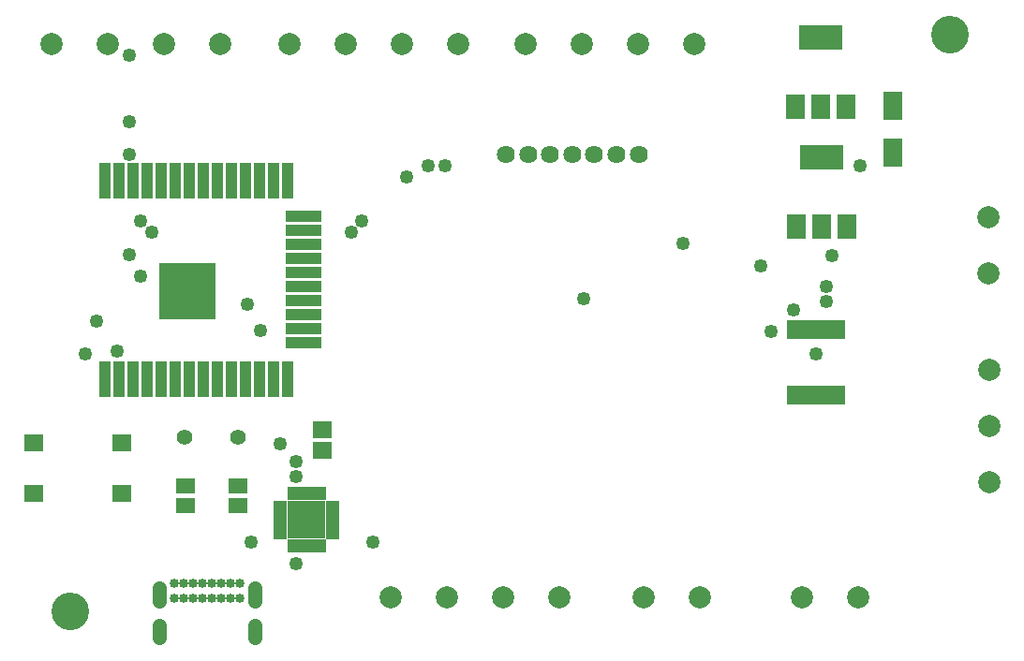
<source format=gbr>
G04 EAGLE Gerber X2 export*
%TF.Part,Single*%
%TF.FileFunction,Soldermask,Top,1*%
%TF.FilePolarity,Positive*%
%TF.GenerationSoftware,Autodesk,EAGLE,9.7.0*%
%TF.CreationDate,2022-05-06T10:44:24Z*%
G75*
%MOMM*%
%FSLAX46Y46*%
%LPD*%
%INSoldermask Top*%
%AMOC8*
5,1,8,0,0,1.08239X$1,22.5*%
G01*
G04 Define Apertures*
%ADD10R,1.701800X2.209800*%
%ADD11R,4.013200X2.209800*%
%ADD12C,2.003200*%
%ADD13R,1.668500X1.367800*%
%ADD14R,1.768500X2.595200*%
%ADD15C,3.403200*%
%ADD16R,1.703200X1.503200*%
%ADD17R,1.753200X1.503200*%
%ADD18R,1.103200X3.203200*%
%ADD19R,3.203200X1.103200*%
%ADD20R,5.203200X5.203200*%
%ADD21C,1.422400*%
%ADD22C,0.853200*%
%ADD23C,1.311200*%
%ADD24R,1.193200X0.473200*%
%ADD25R,0.473200X1.193200*%
%ADD26R,3.453200X3.453200*%
%ADD27R,0.653200X1.728200*%
%ADD28C,1.625600*%
%ADD29C,1.253200*%
D10*
X71279400Y38500400D03*
X73565400Y38500400D03*
X75851400Y38500400D03*
D11*
X73540000Y44799600D03*
D10*
X71169400Y49350400D03*
X73455400Y49350400D03*
X75741400Y49350400D03*
D11*
X73430000Y55649600D03*
D12*
X88590000Y39380000D03*
X88590000Y34300000D03*
D13*
X16020000Y15065400D03*
X16020000Y13314600D03*
X20800000Y13314600D03*
X20800000Y15065400D03*
D14*
X80000000Y49407900D03*
X80000000Y45192100D03*
D15*
X85120000Y55880000D03*
X5670000Y3700000D03*
D12*
X19200000Y55000000D03*
X14120000Y55000000D03*
X9040000Y55000000D03*
X3960000Y55000000D03*
X40700000Y55022000D03*
X35620000Y55022000D03*
X30540000Y55022000D03*
X25460000Y55022000D03*
X76860000Y5000000D03*
X71780000Y5000000D03*
X62560000Y5000000D03*
X57480000Y5000000D03*
X88670000Y15410000D03*
X88670000Y20490000D03*
X88670000Y25570000D03*
D16*
X28450000Y18270000D03*
X28450000Y20170000D03*
D17*
X2365000Y14430000D03*
X10315000Y14430000D03*
X2365000Y18930000D03*
X10315000Y18930000D03*
D18*
X25240000Y24710000D03*
X25240000Y42710000D03*
D19*
X26740000Y27995000D03*
X26740000Y29265000D03*
X26740000Y30535000D03*
X26740000Y31805000D03*
X26740000Y33075000D03*
X26740000Y34345000D03*
X26740000Y35615000D03*
X26740000Y36885000D03*
X26740000Y38155000D03*
X26740000Y39425000D03*
D18*
X23970000Y24710000D03*
X22700000Y24710000D03*
X21430000Y24710000D03*
X20160000Y24710000D03*
X18890000Y24710000D03*
X17620000Y24710000D03*
X16350000Y24710000D03*
X15080000Y24710000D03*
X13810000Y24710000D03*
X12540000Y24710000D03*
X11270000Y24710000D03*
X10000000Y24710000D03*
X8730000Y24710000D03*
X23970000Y42710000D03*
X22700000Y42710000D03*
X21430000Y42710000D03*
X20160000Y42710000D03*
X18890000Y42710000D03*
X17620000Y42710000D03*
X16350000Y42710000D03*
X15080000Y42710000D03*
X13810000Y42710000D03*
X12540000Y42710000D03*
X11270000Y42710000D03*
X10000000Y42710000D03*
X8730000Y42710000D03*
D20*
X16240000Y32710000D03*
D12*
X62000000Y55000000D03*
X56920000Y55000000D03*
X51840000Y55000000D03*
X46760000Y55000000D03*
X34590000Y5000000D03*
X39670000Y5000000D03*
X44750000Y5000000D03*
X49830000Y5000000D03*
D21*
X20763000Y19470000D03*
X15937000Y19470000D03*
D22*
X15025000Y6230000D03*
X15875000Y6230000D03*
X16725000Y6230000D03*
X17575000Y6230000D03*
X18425000Y6230000D03*
X19275000Y6230000D03*
X20125000Y6230000D03*
X20975000Y6230000D03*
X20975000Y4880000D03*
X20125000Y4880000D03*
X19275000Y4880000D03*
X18425000Y4880000D03*
X17575000Y4880000D03*
X16725000Y4880000D03*
X15875000Y4880000D03*
X15025000Y4880000D03*
D23*
X13675000Y4696000D02*
X13675000Y5804000D01*
X22325000Y5804000D02*
X22325000Y4696000D01*
X22325000Y2424000D02*
X22325000Y1316000D01*
X13675000Y1316000D02*
X13675000Y2424000D01*
D24*
X24640000Y13500000D03*
X24640000Y13000000D03*
X24640000Y12500000D03*
X24640000Y12000000D03*
X24640000Y11500000D03*
X24640000Y11000000D03*
X24640000Y10500000D03*
D25*
X25500000Y9640000D03*
X26000000Y9640000D03*
X26500000Y9640000D03*
X27000000Y9640000D03*
X27500000Y9640000D03*
X28000000Y9640000D03*
X28500000Y9640000D03*
D24*
X29360000Y10500000D03*
X29360000Y11000000D03*
X29360000Y11500000D03*
X29360000Y12000000D03*
X29360000Y12500000D03*
X29360000Y13000000D03*
X29360000Y13500000D03*
D25*
X28500000Y14360000D03*
X28000000Y14360000D03*
X27500000Y14360000D03*
X27000000Y14360000D03*
X26500000Y14360000D03*
X26000000Y14360000D03*
X25500000Y14360000D03*
D26*
X27000000Y12000000D03*
D27*
X75275000Y29208000D03*
X74625000Y29208000D03*
X73975000Y29208000D03*
X73325000Y29208000D03*
X72675000Y29208000D03*
X72025000Y29208000D03*
X71375000Y29208000D03*
X70725000Y29208000D03*
X70725000Y23284000D03*
X71375000Y23284000D03*
X72025000Y23284000D03*
X72675000Y23284000D03*
X73325000Y23284000D03*
X73975000Y23284000D03*
X74625000Y23284000D03*
X75275000Y23284000D03*
D28*
X45000000Y45000000D03*
X47000000Y45000000D03*
X49000000Y45000000D03*
X51000000Y45000000D03*
X53000000Y45000000D03*
X55000000Y45000000D03*
X57000000Y45000000D03*
D29*
X9900000Y27300000D03*
X74500000Y35900000D03*
X24600000Y18900000D03*
X52000000Y32000000D03*
X61000000Y37000000D03*
X68000000Y35000000D03*
X77000000Y44000000D03*
X36000000Y43000000D03*
X74000000Y31750000D03*
X32000000Y39000000D03*
X71000000Y31000000D03*
X31000000Y38000000D03*
X69000000Y29000000D03*
X26000000Y8000000D03*
X33000000Y10000000D03*
X38000000Y44000000D03*
X74000000Y33100000D03*
X22800000Y29100000D03*
X11000000Y54000000D03*
X11000000Y48000000D03*
X11000000Y45000000D03*
X21600000Y31500000D03*
X22000000Y10000000D03*
X73000000Y27000000D03*
X8000000Y30000000D03*
X11000000Y36000000D03*
X12000000Y39000000D03*
X26000000Y17250000D03*
X13000000Y38000000D03*
X12000000Y34000000D03*
X7000000Y27000000D03*
X26000000Y15900000D03*
X39500000Y44000000D03*
M02*

</source>
